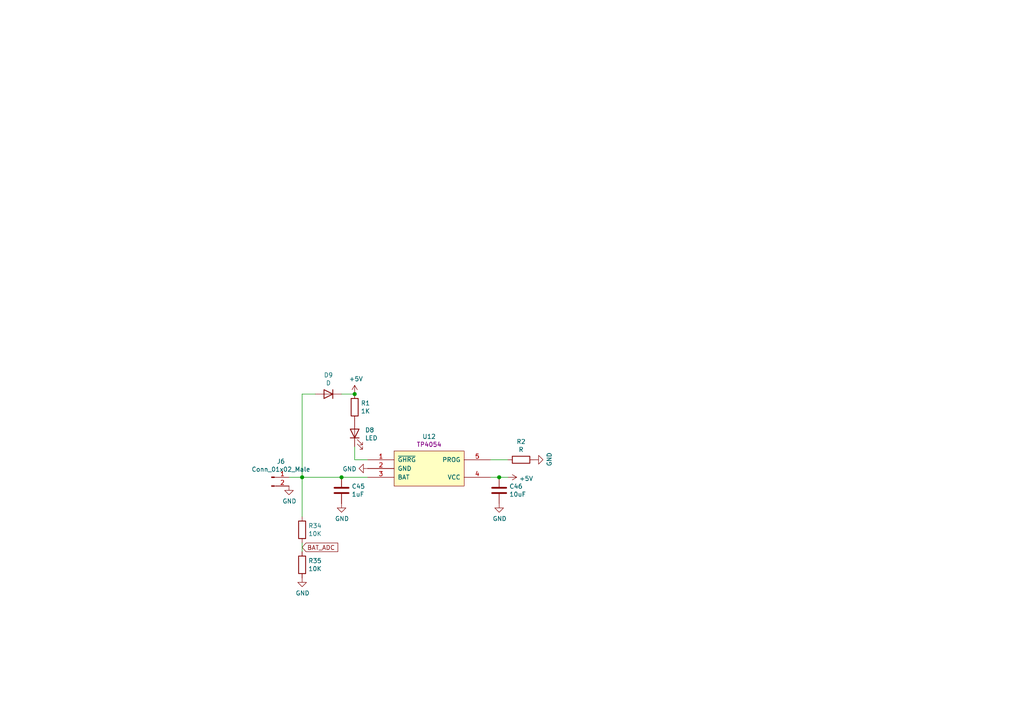
<source format=kicad_sch>
(kicad_sch (version 20210126) (generator eeschema)
  (paper "A4")
  (lib_symbols
    (symbol "Connector:Conn_01x02_Male" (pin_names (offset 1.016) hide)
      (property "Reference" "J" (at 0 2.54 0))
      (property "Value" "Conn_01x02_Male" (at 0 -5.08 0))
      (symbol "Conn_01x02_Male_1_1"
        (rectangle (start 0.8636 -2.413) (end 0 -2.667) (stroke (width 0.1524)) (fill (type outline)))
        (rectangle (start 0.8636 0.127) (end 0 -0.127) (stroke (width 0.1524)) (fill (type outline)))
        (polyline (pts (xy 1.27 -2.54) (xy 0.8636 -2.54)) (stroke (width 0.1524)))
        (polyline (pts (xy 1.27 0) (xy 0.8636 0)) (stroke (width 0.1524)))
        (pin passive line (at 5.08 0 180) (length 3.81) (name "Pin_1") (number "1"))
        (pin passive line (at 5.08 -2.54 180) (length 3.81) (name "Pin_2") (number "2"))
      )
    )
    (symbol "Device:C" (pin_numbers hide) (pin_names (offset 0.254))
      (property "Reference" "C" (at 0.635 2.54 0))
      (property "Value" "C" (at 0.635 -2.54 0))
      (symbol "C_0_1"
        (polyline (pts (xy -2.032 -0.762) (xy 2.032 -0.762)) (stroke (width 0.508)))
        (polyline (pts (xy -2.032 0.762) (xy 2.032 0.762)) (stroke (width 0.508)))
      )
      (symbol "C_1_1"
        (pin passive line (at 0 3.81 270) (length 2.794) (name "~") (number "1"))
        (pin passive line (at 0 -3.81 90) (length 2.794) (name "~") (number "2"))
      )
    )
    (symbol "Device:D" (pin_numbers hide) (pin_names (offset 1.016) hide)
      (property "Reference" "D" (at 0 2.54 0))
      (property "Value" "D" (at 0 -2.54 0))
      (symbol "D_0_1"
        (polyline (pts (xy -1.27 1.27) (xy -1.27 -1.27)) (stroke (width 0.254)))
        (polyline (pts (xy 1.27 0) (xy -1.27 0)))
        (polyline (pts (xy 1.27 1.27) (xy 1.27 -1.27) (xy -1.27 0) (xy 1.27 1.27)) (stroke (width 0.254)))
      )
      (symbol "D_1_1"
        (pin passive line (at -3.81 0 0) (length 2.54) (name "K") (number "1"))
        (pin passive line (at 3.81 0 180) (length 2.54) (name "A") (number "2"))
      )
    )
    (symbol "Device:LED" (pin_numbers hide) (pin_names (offset 1.016) hide)
      (property "Reference" "D" (at 0 2.54 0))
      (property "Value" "LED" (at 0 -2.54 0))
      (symbol "LED_0_1"
        (polyline (pts (xy -1.27 -1.27) (xy -1.27 1.27)) (stroke (width 0.254)))
        (polyline (pts (xy -1.27 0) (xy 1.27 0)))
        (polyline (pts (xy 1.27 -1.27) (xy 1.27 1.27) (xy -1.27 0) (xy 1.27 -1.27)) (stroke (width 0.254)))
        (polyline (pts (xy -3.048 -0.762) (xy -4.572 -2.286) (xy -3.81 -2.286) (xy -4.572 -2.286) (xy -4.572 -1.524)))
        (polyline (pts (xy -1.778 -0.762) (xy -3.302 -2.286) (xy -2.54 -2.286) (xy -3.302 -2.286) (xy -3.302 -1.524)))
      )
      (symbol "LED_1_1"
        (pin passive line (at -3.81 0 0) (length 2.54) (name "K") (number "1"))
        (pin passive line (at 3.81 0 180) (length 2.54) (name "A") (number "2"))
      )
    )
    (symbol "Device:R" (pin_numbers hide) (pin_names (offset 0))
      (property "Reference" "R" (at 2.032 0 90))
      (property "Value" "R" (at 0 0 90))
      (symbol "R_0_1"
        (rectangle (start -1.016 -2.54) (end 1.016 2.54) (stroke (width 0.254)))
      )
      (symbol "R_1_1"
        (pin passive line (at 0 3.81 270) (length 1.27) (name "~") (number "1"))
        (pin passive line (at 0 -3.81 90) (length 1.27) (name "~") (number "2"))
      )
    )
    (symbol "lc_IC:TP4054_[C32574]" (pin_names (offset 1.016))
      (property "Reference" "U" (at -0.0254 1.27 0))
      (property "Comment" "TP4054" (at 3.7846 1.27 0))
      (symbol "TP4054_[C32574]_1_1"
        (rectangle (start 7.62 -10.16) (end 27.94 0) (fill (type background)))
        (pin passive line (at 0 -2.54 0) (length 7.62) (name "~GHRG") (number "1"))
        (pin passive line (at 0 -5.08 0) (length 7.62) (name "GND") (number "2"))
        (pin passive line (at 0 -7.62 0) (length 7.62) (name "BAT") (number "3"))
        (pin passive line (at 35.56 -7.62 180) (length 7.62) (name "VCC") (number "4"))
        (pin passive line (at 35.56 -2.54 180) (length 7.62) (name "PROG") (number "5"))
      )
    )
    (symbol "power:+5V" (power) (pin_names (offset 0))
      (property "Value" "+5V" (at 0 3.556 0))
      (symbol "+5V_0_1"
        (polyline (pts (xy -0.762 1.27) (xy 0 2.54)))
        (polyline (pts (xy 0 0) (xy 0 2.54)))
        (polyline (pts (xy 0 2.54) (xy 0.762 1.27)))
      )
      (symbol "+5V_1_1"
        (pin power_in line (at 0 0 90) (length 0) hide (name "+5V") (number "1"))
      )
    )
    (symbol "power:GND" (power) (pin_names (offset 0))
      (property "Value" "GND" (at 0 -3.81 0))
      (symbol "GND_0_1"
        (polyline (pts (xy 0 0) (xy 0 -1.27) (xy 1.27 -1.27) (xy 0 -2.54) (xy -1.27 -1.27) (xy 0 -1.27)))
      )
      (symbol "GND_1_1"
        (pin power_in line (at 0 0 270) (length 0) hide (name "GND") (number "1"))
      )
    )
  )
  (junction (at 87.63 138.43) (diameter 1.016))
  (junction (at 99.06 138.43) (diameter 1.016))
  (junction (at 102.87 114.3) (diameter 1.016))
  (junction (at 144.78 138.43) (diameter 1.016))
  (wire (pts (xy 87.63 114.3) (xy 87.63 138.43)))
  (wire (pts (xy 87.63 138.43) (xy 83.82 138.43)))
  (wire (pts (xy 87.63 138.43) (xy 87.63 149.86)))
  (wire (pts (xy 87.63 160.02) (xy 87.63 157.48)))
  (wire (pts (xy 91.44 114.3) (xy 87.63 114.3)))
  (wire (pts (xy 99.06 114.3) (xy 102.87 114.3)))
  (wire (pts (xy 99.06 138.43) (xy 87.63 138.43)))
  (wire (pts (xy 102.87 129.54) (xy 102.87 133.35)))
  (wire (pts (xy 102.87 133.35) (xy 106.68 133.35)))
  (wire (pts (xy 106.68 138.43) (xy 99.06 138.43)))
  (wire (pts (xy 144.78 138.43) (xy 142.24 138.43)))
  (wire (pts (xy 147.32 133.35) (xy 142.24 133.35)))
  (wire (pts (xy 147.32 138.43) (xy 144.78 138.43)))
  (global_label "BAT_ADC" (shape input) (at 87.63 158.75 0) (property "Intersheet References" "${INTERSHEET_REFS}" (effects hide)))
  (symbol (lib_id "power:+5V") (at 102.87 114.3 0) (unit 1)
    (property "Reference" "#PWR0207" (effects hide))
    (property "Value" "+5V" (at 103.251 109.9058 0))
  )
  (symbol (lib_id "power:+5V") (at 147.32 138.43 270) (unit 1)
    (property "Reference" "#PWR0202" (effects hide))
    (property "Value" "+5V" (at 150.5712 138.811 90) (effects (justify left)))
  )
  (symbol (lib_id "power:GND") (at 83.82 140.97 0) (unit 1)
    (property "Reference" "#PWR0201" (effects hide))
    (property "Value" "GND" (at 83.947 145.3642 0))
  )
  (symbol (lib_id "power:GND") (at 87.63 167.64 0) (unit 1)
    (property "Reference" "#PWR0219" (effects hide))
    (property "Value" "GND" (at 87.757 172.0342 0))
  )
  (symbol (lib_id "power:GND") (at 99.06 146.05 0) (unit 1)
    (property "Reference" "#PWR0205" (effects hide))
    (property "Value" "GND" (at 99.187 150.4442 0))
  )
  (symbol (lib_id "power:GND") (at 106.68 135.89 270) (unit 1)
    (property "Reference" "#PWR0206" (effects hide))
    (property "Value" "GND" (at 103.4288 136.017 90) (effects (justify right)))
  )
  (symbol (lib_id "power:GND") (at 144.78 146.05 0) (unit 1)
    (property "Reference" "#PWR0203" (effects hide))
    (property "Value" "GND" (at 144.907 150.4442 0))
  )
  (symbol (lib_id "power:GND") (at 154.94 133.35 90) (unit 1)
    (property "Reference" "#PWR0204" (effects hide))
    (property "Value" "GND" (at 159.3342 133.223 0))
  )
  (symbol (lib_id "Device:R") (at 87.63 153.67 0) (unit 1)
    (property "Reference" "R34" (at 89.408 152.5016 0) (effects (justify left)))
    (property "Value" "10K" (at 89.408 154.813 0) (effects (justify left)))
    (property "Footprint" "Resistor_SMD:R_0603_1608Metric" (effects hide))
  )
  (symbol (lib_id "Device:R") (at 87.63 163.83 0) (unit 1)
    (property "Reference" "R35" (at 89.408 162.6616 0) (effects (justify left)))
    (property "Value" "10K" (at 89.408 164.973 0) (effects (justify left)))
    (property "Footprint" "Resistor_SMD:R_0603_1608Metric" (effects hide))
  )
  (symbol (lib_id "Device:R") (at 102.87 118.11 0) (unit 1)
    (property "Reference" "R1" (at 104.648 116.9416 0) (effects (justify left)))
    (property "Value" "1K" (at 104.648 119.253 0) (effects (justify left)))
    (property "Footprint" "Resistor_SMD:R_0603_1608Metric" (effects hide))
  )
  (symbol (lib_id "Device:R") (at 151.13 133.35 270) (unit 1)
    (property "Reference" "R2" (at 151.13 128.0922 90))
    (property "Value" "R" (at 151.13 130.4036 90))
    (property "Footprint" "Resistor_SMD:R_0603_1608Metric" (effects hide))
  )
  (symbol (lib_id "Device:D") (at 95.25 114.3 180) (unit 1)
    (property "Reference" "D9" (at 95.25 108.7882 0))
    (property "Value" "D" (at 95.25 111.0996 0))
    (property "Footprint" "Diode_SMD:D_1206_3216Metric" (effects hide))
  )
  (symbol (lib_id "Connector:Conn_01x02_Male") (at 78.74 138.43 0) (unit 1)
    (property "Reference" "J6" (at 81.4832 133.8326 0))
    (property "Value" "Conn_01x02_Male" (at 81.4832 136.144 0))
    (property "Footprint" "Connector_Molex:Molex_CLIK-Mate_502382-0270_1x02-1MP_P1.25mm_Vertical" (effects hide))
  )
  (symbol (lib_id "Device:LED") (at 102.87 125.73 90) (unit 1)
    (property "Reference" "D8" (at 105.8672 124.7394 90) (effects (justify right)))
    (property "Value" "LED" (at 105.8672 127.0508 90) (effects (justify right)))
    (property "Footprint" "LED_SMD:LED_0603_1608Metric" (effects hide))
  )
  (symbol (lib_id "Device:C") (at 99.06 142.24 0) (unit 1)
    (property "Reference" "C45" (at 101.981 141.0716 0) (effects (justify left)))
    (property "Value" "1uF" (at 101.981 143.383 0) (effects (justify left)))
    (property "Footprint" "Capacitor_SMD:C_0603_1608Metric" (effects hide))
  )
  (symbol (lib_id "Device:C") (at 144.78 142.24 0) (unit 1)
    (property "Reference" "C46" (at 147.701 141.0716 0) (effects (justify left)))
    (property "Value" "10uF" (at 147.701 143.383 0) (effects (justify left)))
    (property "Footprint" "Capacitor_SMD:C_0805_2012Metric" (effects hide))
  )
  (symbol (lib_id "lc_IC:TP4054_[C32574]") (at 106.68 130.81 0) (unit 1)
    (property "Reference" "U12" (at 124.46 126.619 0))
    (property "Value" "TP4054_[C32574]" (effects hide))
    (property "Footprint" "Package_TO_SOT_SMD:SOT-23-5" (effects hide))
    (property "Datasheet" "http://www.szlcsc.com/product/details_33539.html" (effects hide))
    (property "description" "电池电源管理" (effects hide))
    (property "ComponentLink1Description" "供应商链接" (effects hide))
    (property "Package" "SOT-23-5" (effects hide))
    (property "Supplier" "LC" (effects hide))
    (property "SuppliersPartNumber" "C32574" (effects hide))
    (property "Comment" "TP4054" (at 124.46 128.9304 0))
  )
)
</source>
